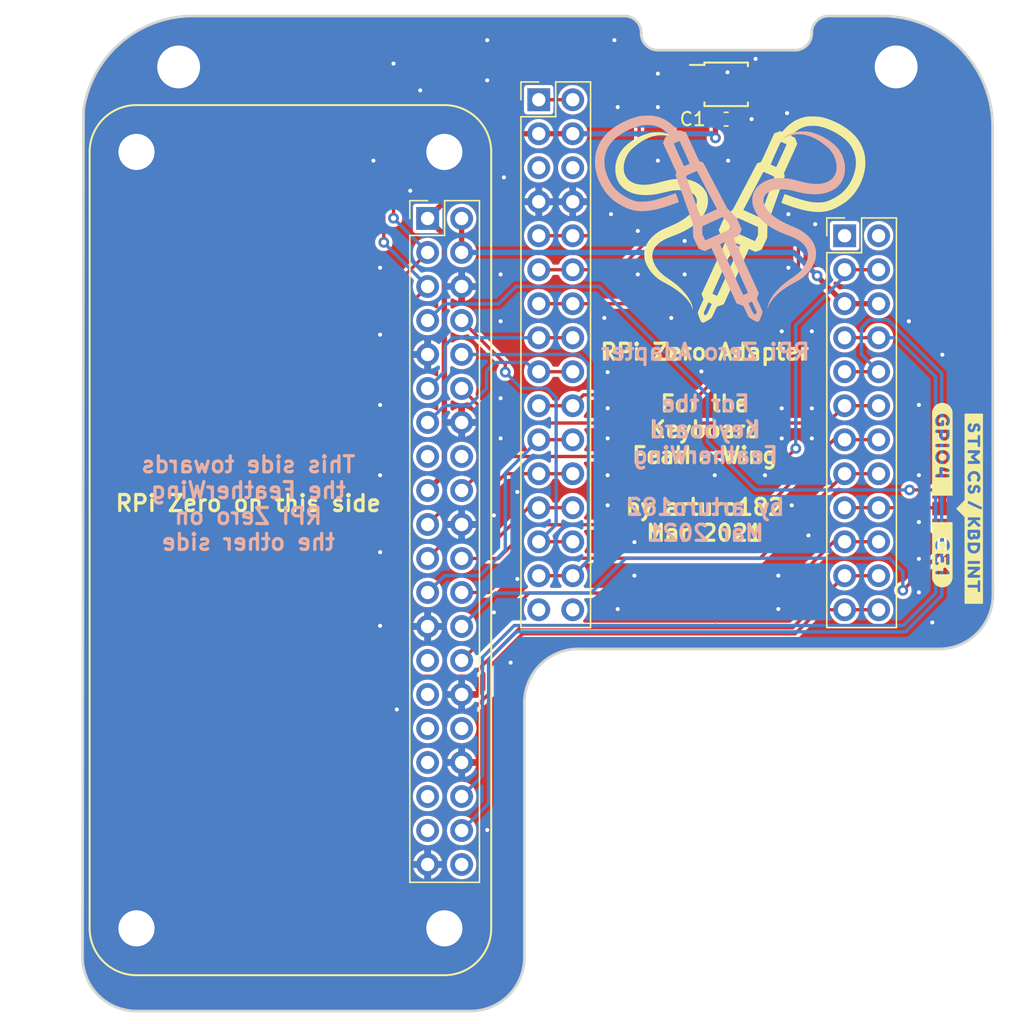
<source format=kicad_pcb>
(kicad_pcb (version 20221018) (generator pcbnew)
  (layers (0 "F.Cu" signal) (31 "B.Cu" signal) (34 "B.Paste" user) (35 "F.Paste" user) (36 "B.SilkS" user "B.Silkscreen") (37 "F.SilkS" user "F.Silkscreen") (38 "B.Mask" user) (39 "F.Mask" user) (44 "Edge.Cuts" user))
  (net 0 "")
  (net 1 "GND")
  (net 2 "+3V3")
  (net 3 "/CARD_CS")
  (net 4 "/LCD_CS")
  (net 5 "/LCD_DC")
  (net 6 "/SDA")
  (net 7 "/SCL")
  (net 8 "/NEOPIXEL")
  (net 9 "/SCK")
  (net 11 "/GPIO4")
  (net 12 "/EN")
  (net 15 "/COPI")
  (net 16 "/CIPO")
  (net 17 "/CE1")
  (net 28 "/A0")
  (net 29 "/A1")
  (net 30 "/A2")
  (net 31 "/A3")
  (net 32 "/A4")
  (net 33 "/A5")
  (net 34 "/RX")
  (net 35 "/TX")
  (net 37 "/~{RESET}")
  (net 41 "+5V")
  (net 42 "/D13")
  (net 43 "/D12")
  (net 44 "/STM_CS{slash}KBD_INT")
  (footprint "MountingHole:MountingHole_2.7mm_M2.5" (layer "F.Cu") (at 132.05 114.35)
    (fp_text reference "REF**" hide)
    (fp_text value "MountingHole_2.7mm_M2.5")
    (pad "" np_thru_hole circle locked (at 0 0) (size 2.7 2.7) (drill 2.7) (layers "*.Cu" "*.Mask"))
  )
  (footprint "MountingHole_Extra:MountingHole_3.2mm_M3_with_paste" (layer "F.Cu") (at 165.8 50)
    (fp_text reference "REF**" hide)
    (fp_text value "MountingHole_3.2mm_M3_with_paste" hide)
    (pad "" np_thru_hole circle locked (at 0 0) (size 3.2 3.2) (drill 3.2) (layers "*.Cu" "*.Paste" "*.Mask"))
  )
  (footprint "Package_SO:TSSOP-10_3x3mm_P0.5mm" (layer "F.Cu") (at 153.1 51.3)
    (fp_text reference "U1" hide)
    (fp_text value "ADS1115IDGS")
    (pad "1" smd rect (at -2.15 -1) (size 1.1 0.25) (layers "F.Cu" "F.Paste" "F.Mask") (net 1 "GND"))
    (pad "2" smd rect (at -2.15 -0.5) (size 1.1 0.25) (layers "F.Cu" "F.Paste" "F.Mask"))
    (pad "3" smd rect (at -2.15 0) (size 1.1 0.25) (layers "F.Cu" "F.Paste" "F.Mask") (net 1 "GND"))
    (pad "4" smd rect (at -2.15 0.5) (size 1.1 0.25) (layers "F.Cu" "F.Paste" "F.Mask") (net 28 "/A0"))
    (pad "5" smd rect (at -2.15 1) (size 1.1 0.25) (layers "F.Cu" "F.Paste" "F.Mask") (net 29 "/A1"))
    (pad "6" smd rect (at 2.15 1) (size 1.1 0.25) (layers "F.Cu" "F.Paste" "F.Mask") (net 30 "/A2"))
    (pad "7" smd rect (at 2.15 0.5) (size 1.1 0.25) (layers "F.Cu" "F.Paste" "F.Mask") (net 33 "/A5"))
    (pad "8" smd rect (at 2.15 0) (size 1.1 0.25) (layers "F.Cu" "F.Paste" "F.Mask") (net 2 "+3V3"))
    (pad "9" smd rect (at 2.15 -0.5) (size 1.1 0.25) (layers "F.Cu" "F.Paste" "F.Mask") (net 6 "/SDA"))
    (pad "10" smd rect (at 2.15 -1) (size 1.1 0.25) (layers "F.Cu" "F.Paste" "F.Mask") (net 7 "/SCL"))
  )
  (footprint "buzzardLabel" (layer "F.Cu") (at 169.25 86.25 -90)
    (fp_text reference "" (at 0 0 90) (layer "F.SilkS") (effects (font (size 1.27 1.27))))
    (fp_text value "" (at 0 0 90) (layer "F.SilkS") (effects (font (size 1.27 1.27))))
  )
  (footprint "buzzardLabel" (layer "F.Cu") (at 171.6 83 -90)
    (fp_text reference "" (at 0 0 90) (layer "F.SilkS") (effects (font (size 1.27 1.27))))
    (fp_text value "" (at 0 0 90) (layer "F.SilkS") (effects (font (size 1.27 1.27))))
  )
  (footprint "Symbols_Extra:SolderParty-New-Logo_20x16.9mm_SilkScreen" (layer "F.Cu") (at 154.8 60.754669)
    (fp_text reference "G***" hide)
    (fp_text value "LOGO" hide)
  )
  (footprint "Jumper:SolderJumper-3_P1.3mm_Bridged12_RoundedPad1.0x1.5mm_NumberLabels" (layer "F.Cu") (at 169.25 83 -90)
    (fp_text reference "JP1" hide)
    (fp_text value "SJ_STM_KBD")
    (fp_poly (pts (xy -0.9 -0.3) (xy -0.4 -0.3) (xy -0.4 0.3) (xy -0.9 0.3)) (fill solid) (layer "F.Cu"))
    (pad "1" smd custom (at -1.3 0 270) (size 1 0.5) (layers "F.Cu" "F.Mask") (net 11 "/GPIO4") (options (clearance outline) (anchor rect)) (primitives (gr_poly (pts (xy 0.55 -0.75) (xy 0 -0.75) (xy 0 0.75) (xy 0.55 0.75)) (width 0) (fill yes)) (gr_circle (center 0 0.25) (end 0.5 0.25) (width 0) (fill yes)) (gr_circle (center 0 -0.25) (end 0.5 -0.25) (width 0) (fill yes))))
    (pad "2" smd rect (at 0 0 270) (size 1 1.5) (layers "F.Cu" "F.Mask") (net 44 "/STM_CS{slash}KBD_INT"))
    (pad "3" smd custom (at 1.3 0 270) (size 1 0.5) (layers "F.Cu" "F.Mask") (net 17 "/CE1") (options (clearance outline) (anchor rect)) (primitives (gr_circle (center 0 0.25) (end 0.5 0.25) (width 0) (fill yes)) (gr_circle (center 0 -0.25) (end 0.5 -0.25) (width 0) (fill yes)) (gr_poly (pts (xy -0.55 -0.75) (xy 0 -0.75) (xy 0 0.75) (xy -0.55 0.75)) (width 0) (fill yes))))
  )
  (footprint "buzzardLabel" (layer "F.Cu") (at 169.25 78.75 -90)
    (fp_text reference "" (at 0 0 90) (layer "F.SilkS") (effects (font (size 1.27 1.27))))
    (fp_text value "" (at 0 0 90) (layer "F.SilkS") (effects (font (size 1.27 1.27))))
  )
  (footprint "Fiducial:Fiducial_0.5mm_Mask1.5mm" (layer "F.Cu") (at 120.6 85.4)
    (fp_text reference "REF**" hide)
    (fp_text value "Fiducial_0.5mm_Mask1.5mm")
    (pad "" smd circle (at 0 0) (size 0.5 0.5) (layers "F.Cu" "F.Mask") (clearance 0.5))
  )
  (footprint "MountingHole:MountingHole_2.7mm_M2.5" (layer "F.Cu") (at 132.05 56.35)
    (fp_text reference "REF**" hide)
    (fp_text value "MountingHole_2.7mm_M2.5")
    (pad "" np_thru_hole circle (at 0 0) (size 2.7 2.7) (drill 2.7) (layers "*.Cu" "*.Mask"))
  )
  (footprint "Connector_PinHeader_2.54mm:PinHeader_2x16_P2.54mm_Vertical" (layer "F.Cu") (at 139.1 52.45)
    (fp_text reference "J2" hide)
    (fp_text value "Conn_Left")
    (pad "1" thru_hole rect (at 0 0) (size 1.7 1.7) (drill 1) (layers "*.Cu" "*.Mask") (net 37 "/~{RESET}"))
    (pad "2" thru_hole oval (at 2.54 0) (size 1.7 1.7) (drill 1) (layers "*.Cu" "*.Mask") (net 37 "/~{RESET}"))
    (pad "3" thru_hole oval (at 0 2.54) (size 1.7 1.7) (drill 1) (layers "*.Cu" "*.Mask") (net 2 "+3V3"))
    (pad "4" thru_hole oval (at 2.54 2.54) (size 1.7 1.7) (drill 1) (layers "*.Cu" "*.Mask") (net 2 "+3V3"))
    (pad "5" thru_hole oval (at 0 5.08) (size 1.7 1.7) (drill 1) (layers "*.Cu" "*.Mask"))
    (pad "6" thru_hole oval (at 2.54 5.08) (size 1.7 1.7) (drill 1) (layers "*.Cu" "*.Mask"))
    (pad "7" thru_hole oval (at 0 7.62) (size 1.7 1.7) (drill 1) (layers "*.Cu" "*.Mask") (net 1 "GND"))
    (pad "8" thru_hole oval (at 2.54 7.62) (size 1.7 1.7) (drill 1) (layers "*.Cu" "*.Mask") (net 1 "GND"))
    (pad "9" thru_hole oval (at 0 10.16) (size 1.7 1.7) (drill 1) (layers "*.Cu" "*.Mask") (net 28 "/A0"))
    (pad "10" thru_hole oval (at 2.54 10.16) (size 1.7 1.7) (drill 1) (layers "*.Cu" "*.Mask") (net 28 "/A0"))
    (pad "11" thru_hole oval (at 0 12.7) (size 1.7 1.7) (drill 1) (layers "*.Cu" "*.Mask") (net 29 "/A1"))
    (pad "12" thru_hole oval (at 2.54 12.7) (size 1.7 1.7) (drill 1) (layers "*.Cu" "*.Mask") (net 29 "/A1"))
    (pad "13" thru_hole oval (at 0 15.24) (size 1.7 1.7) (drill 1) (layers "*.Cu" "*.Mask") (net 30 "/A2"))
    (pad "14" thru_hole oval (at 2.54 15.24) (size 1.7 1.7) (drill 1) (layers "*.Cu" "*.Mask") (net 30 "/A2"))
    (pad "15" thru_hole oval (at 0 17.78) (size 1.7 1.7) (drill 1) (layers "*.Cu" "*.Mask") (net 31 "/A3"))
    (pad "16" thru_hole oval (at 2.54 17.78) (size 1.7 1.7) (drill 1) (layers "*.Cu" "*.Mask") (net 31 "/A3"))
    (pad "17" thru_hole oval (at 0 20.32) (size 1.7 1.7) (drill 1) (layers "*.Cu" "*.Mask") (net 32 "/A4"))
    (pad "18" thru_hole oval (at 2.54 20.32) (size 1.7 1.7) (drill 1) (layers "*.Cu" "*.Mask") (net 32 "/A4"))
    (pad "19" thru_hole oval (at 0 22.86) (size 1.7 1.7) (drill 1) (layers "*.Cu" "*.Mask") (net 33 "/A5"))
    (pad "20" thru_hole oval (at 2.54 22.86) (size 1.7 1.7) (drill 1) (layers "*.Cu" "*.Mask") (net 33 "/A5"))
    (pad "21" thru_hole oval (at 0 25.4) (size 1.7 1.7) (drill 1) (layers "*.Cu" "*.Mask") (net 9 "/SCK"))
    (pad "22" thru_hole oval (at 2.54 25.4) (size 1.7 1.7) (drill 1) (layers "*.Cu" "*.Mask") (net 9 "/SCK"))
    (pad "23" thru_hole oval (at 0 27.94) (size 1.7 1.7) (drill 1) (layers "*.Cu" "*.Mask") (net 15 "/COPI"))
    (pad "24" thru_hole oval (at 2.54 27.94) (size 1.7 1.7) (drill 1) (layers "*.Cu" "*.Mask") (net 15 "/COPI"))
    (pad "25" thru_hole oval (at 0 30.48) (size 1.7 1.7) (drill 1) (layers "*.Cu" "*.Mask") (net 16 "/CIPO"))
    (pad "26" thru_hole oval (at 2.54 30.48) (size 1.7 1.7) (drill 1) (layers "*.Cu" "*.Mask") (net 16 "/CIPO"))
    (pad "27" thru_hole oval (at 0 33.02) (size 1.7 1.7) (drill 1) (layers "*.Cu" "*.Mask") (net 34 "/RX"))
    (pad "28" thru_hole oval (at 2.54 33.02) (size 1.7 1.7) (drill 1) (layers "*.Cu" "*.Mask") (net 34 "/RX"))
    (pad "29" thru_hole oval (at 0 35.56) (size 1.7 1.7) (drill 1) (layers "*.Cu" "*.Mask") (net 35 "/TX"))
    (pad "30" thru_hole oval (at 2.54 35.56) (size 1.7 1.7) (drill 1) (layers "*.Cu" "*.Mask") (net 35 "/TX"))
    (pad "31" thru_hole oval (at 0 38.1) (size 1.7 1.7) (drill 1) (layers "*.Cu" "*.Mask"))
    (pad "32" thru_hole oval (at 2.54 38.1) (size 1.7 1.7) (drill 1) (layers "*.Cu" "*.Mask"))
  )
  (footprint "MountingHole_Extra:MountingHole_3.2mm_M3_with_paste" (layer "F.Cu") (at 112.2 50)
    (fp_text reference "REF**" hide)
    (fp_text value "MountingHole_3.2mm_M3_with_paste" hide)
    (pad "" np_thru_hole circle locked (at 0 0) (size 3.2 3.2) (drill 3.2) (layers "*.Cu" "*.Paste" "*.Mask"))
  )
  (footprint "Connector_PinHeader_2.54mm:PinHeader_2x12_P2.54mm_Vertical" (layer "F.Cu") (at 161.95 62.61)
    (fp_text reference "J3" hide)
    (fp_text value "Conn_Right")
    (pad "1" thru_hole rect (at 0 0) (size 1.7 1.7) (drill 1) (layers "*.Cu" "*.Mask"))
    (pad "2" thru_hole oval (at 2.54 0) (size 1.7 1.7) (drill 1) (layers "*.Cu" "*.Mask"))
    (pad "3" thru_hole oval (at 0 2.54) (size 1.7 1.7) (drill 1) (layers "*.Cu" "*.Mask") (net 12 "/EN"))
    (pad "4" thru_hole oval (at 2.54 2.54) (size 1.7 1.7) (drill 1) (layers "*.Cu" "*.Mask") (net 12 "/EN"))
    (pad "5" thru_hole oval (at 0 5.08) (size 1.7 1.7) (drill 1) (layers "*.Cu" "*.Mask") (net 41 "+5V"))
    (pad "6" thru_hole oval (at 2.54 5.08) (size 1.7 1.7) (drill 1) (layers "*.Cu" "*.Mask") (net 41 "+5V"))
    (pad "7" thru_hole oval (at 0 7.62) (size 1.7 1.7) (drill 1) (layers "*.Cu" "*.Mask") (net 42 "/D13"))
    (pad "8" thru_hole oval (at 2.54 7.62) (size 1.7 1.7) (drill 1) (layers "*.Cu" "*.Mask") (net 42 "/D13"))
    (pad "9" thru_hole oval (at 0 10.16) (size 1.7 1.7) (drill 1) (layers "*.Cu" "*.Mask") (net 43 "/D12"))
    (pad "10" thru_hole oval (at 2.54 10.16) (size 1.7 1.7) (drill 1) (layers "*.Cu" "*.Mask") (net 43 "/D12"))
    (pad "11" thru_hole oval (at 0 12.7) (size 1.7 1.7) (drill 1) (layers "*.Cu" "*.Mask") (net 8 "/NEOPIXEL"))
    (pad "12" thru_hole oval (at 2.54 12.7) (size 1.7 1.7) (drill 1) (layers "*.Cu" "*.Mask") (net 8 "/NEOPIXEL"))
    (pad "13" thru_hole oval (at 0 15.24) (size 1.7 1.7) (drill 1) (layers "*.Cu" "*.Mask") (net 5 "/LCD_DC"))
    (pad "14" thru_hole oval (at 2.54 15.24) (size 1.7 1.7) (drill 1) (layers "*.Cu" "*.Mask") (net 5 "/LCD_DC"))
    (pad "15" thru_hole oval (at 0 17.78) (size 1.7 1.7) (drill 1) (layers "*.Cu" "*.Mask") (net 4 "/LCD_CS"))
    (pad "16" thru_hole oval (at 2.54 17.78) (size 1.7 1.7) (drill 1) (layers "*.Cu" "*.Mask") (net 4 "/LCD_CS"))
    (pad "17" thru_hole oval (at 0 20.32) (size 1.7 1.7) (drill 1) (layers "*.Cu" "*.Mask") (net 44 "/STM_CS{slash}KBD_INT"))
    (pad "18" thru_hole oval (at 2.54 20.32) (size 1.7 1.7) (drill 1) (layers "*.Cu" "*.Mask") (net 44 "/STM_CS{slash}KBD_INT"))
    (pad "19" thru_hole oval (at 0 22.86) (size 1.7 1.7) (drill 1) (layers "*.Cu" "*.Mask") (net 3 "/CARD_CS"))
    (pad "20" thru_hole oval (at 2.54 22.86) (size 1.7 1.7) (drill 1) (layers "*.Cu" "*.Mask") (net 3 "/CARD_CS"))
    (pad "21" thru_hole oval (at 0 25.4) (size 1.7 1.7) (drill 1) (layers "*.Cu" "*.Mask") (net 7 "/SCL"))
    (pad "22" thru_hole oval (at 2.54 25.4) (size 1.7 1.7) (drill 1) (layers "*.Cu" "*.Mask") (net 7 "/SCL"))
    (pad "23" thru_hole oval (at 0 27.94) (size 1.7 1.7) (drill 1) (layers "*.Cu" "*.Mask") (net 6 "/SDA"))
    (pad "24" thru_hole oval (at 2.54 27.94) (size 1.7 1.7) (drill 1) (layers "*.Cu" "*.Mask") (net 6 "/SDA"))
  )
  (footprint "Capacitor_SMD:C_0603_1608Metric" (layer "F.Cu") (at 153.1 53.9 180)
    (fp_text reference "C1" (at 2.5 0) (layer "F.SilkS"))
    (fp_text value "0.1uF")
    (pad "1" smd roundrect (at -0.775 0 180) (size 0.9 0.95) (layers "F.Cu" "F.Paste" "F.Mask") (net 1 "GND"))
    (pad "2" smd roundrect (at 0.775 0 180) (size 0.9 0.95) (layers "F.Cu" "F.Paste" "F.Mask") (net 2 "+3V3"))
  )
  (footprint "MountingHole:MountingHole_2.7mm_M2.5" (layer "F.Cu") (at 109.05 56.35)
    (fp_text reference "REF**" hide)
    (fp_text value "MountingHole_2.7mm_M2.5")
    (pad "" np_thru_hole circle (at 0 0) (size 2.7 2.7) (drill 2.7) (layers "*.Cu" "*.Mask"))
  )
  (footprint "Connector_PinHeader_2.54mm:PinHeader_2x20_P2.54mm_Vertical" (layer "F.Cu") (at 130.8 61.32)
    (fp_text reference "J1" hide)
    (fp_text value "Conn_RPi")
    (pad "1" thru_hole rect (at 0 0) (size 1.7 1.7) (drill 1) (layers "*.Cu" "*.Mask") (net 2 "+3V3"))
    (pad "2" thru_hole oval (at 2.54 0) (size 1.7 1.7) (drill 1) (layers "*.Cu" "*.Mask") (net 41 "+5V"))
    (pad "3" thru_hole oval (at 0 2.54) (size 1.7 1.7) (drill 1) (layers "*.Cu" "*.Mask") (net 6 "/SDA"))
    (pad "4" thru_hole oval (at 2.54 2.54) (size 1.7 1.7) (drill 1) (layers "*.Cu" "*.Mask") (net 41 "+5V"))
    (pad "5" thru_hole oval (at 0 5.08) (size 1.7 1.7) (drill 1) (layers "*.Cu" "*.Mask") (net 7 "/SCL"))
    (pad "6" thru_hole oval (at 2.54 5.08) (size 1.7 1.7) (drill 1) (layers "*.Cu" "*.Mask") (net 1 "GND"))
    (pad "7" thru_hole oval (at 0 7.62) (size 1.7 1.7) (drill 1) (layers "*.Cu" "*.Mask") (net 11 "/GPIO4"))
    (pad "8" thru_hole oval (at 2.54 7.62) (size 1.7 1.7) (drill 1) (layers "*.Cu" "*.Mask") (net 34 "/RX"))
    (pad "9" thru_hole oval (at 0 10.16) (size 1.7 1.7) (drill 1) (layers "*.Cu" "*.Mask") (net 1 "GND"))
    (pad "10" thru_hole oval (at 2.54 10.16) (size 1.7 1.7) (drill 1) (layers "*.Cu" "*.Mask") (net 35 "/TX"))
    (pad "11" thru_hole oval (at 0 12.7) (size 1.7 1.7) (drill 1) (layers "*.Cu" "*.Mask") (net 31 "/A3"))
    (pad "12" thru_hole oval (at 2.54 12.7) (size 1.7 1.7) (drill 1) (layers "*.Cu" "*.Mask") (net 8 "/NEOPIXEL"))
    (pad "13" thru_hole oval (at 0 15.24) (size 1.7 1.7) (drill 1) (layers "*.Cu" "*.Mask") (net 32 "/A4"))
    (pad "14" thru_hole oval (at 2.54 15.24) (size 1.7 1.7) (drill 1) (layers "*.Cu" "*.Mask") (net 1 "GND"))
    (pad "15" thru_hole oval (at 0 17.78) (size 1.7 1.7) (drill 1) (layers "*.Cu" "*.Mask"))
    (pad "16" thru_hole oval (at 2.54 17.78) (size 1.7 1.7) (drill 1) (layers "*.Cu" "*.Mask"))
    (pad "17" thru_hole oval (at 0 20.32) (size 1.7 1.7) (drill 1) (layers "*.Cu" "*.Mask") (net 2 "+3V3"))
    (pad "18" thru_hole oval (at 2.54 20.32) (size 1.7 1.7) (drill 1) (layers "*.Cu" "*.Mask") (net 12 "/EN"))
    (pad "19" thru_hole oval (at 0 22.86) (size 1.7 1.7) (drill 1) (layers "*.Cu" "*.Mask") (net 15 "/COPI"))
    (pad "20" thru_hole oval (at 2.54 22.86) (size 1.7 1.7) (drill 1) (layers "*.Cu" "*.Mask") (net 1 "GND"))
    (pad "21" thru_hole oval (at 0 25.4) (size 1.7 1.7) (drill 1) (layers "*.Cu" "*.Mask") (net 16 "/CIPO"))
    (pad "22" thru_hole oval (at 2.54 25.4) (size 1.7 1.7) (drill 1) (layers "*.Cu" "*.Mask") (net 5 "/LCD_DC"))
    (pad "23" thru_hole oval (at 0 27.94) (size 1.7 1.7) (drill 1) (layers "*.Cu" "*.Mask") (net 9 "/SCK"))
    (pad "24" thru_hole oval (at 2.54 27.94) (size 1.7 1.7) (drill 1) (layers "*.Cu" "*.Mask") (net 4 "/LCD_CS"))
    (pad "25" thru_hole oval (at 0 30.48) (size 1.7 1.7) (drill 1) (layers "*.Cu" "*.Mask") (net 1 "GND"))
    (pad "26" thru_hole oval (at 2.54 30.48) (size 1.7 1.7) (drill 1) (layers "*.Cu" "*.Mask") (net 17 "/CE1"))
    (pad "27" thru_hole oval (at 0 33.02) (size 1.7 1.7) (drill 1) (layers "*.Cu" "*.Mask"))
    (pad "28" thru_hole oval (at 2.54 33.02) (size 1.7 1.7) (drill 1) (layers "*.Cu" "*.Mask") (net 3 "/CARD_CS"))
    (pad "29" thru_hole oval (at 0 35.56) (size 1.7 1.7) (drill 1) (layers "*.Cu" "*.Mask"))
    (pad "30" thru_hole oval (at 2.54 35.56) (size 1.7 1.7) (drill 1) (layers "*.Cu" "*.Mask") (net 1 "GND"))
    (pad "31" thru_hole oval (at 0 38.1) (size 1.7 1.7) (drill 1) (layers "*.Cu" "*.Mask"))
    (pad "32" thru_hole oval (at 2.54 38.1) (size 1.7 1.7) (drill 1) (layers "*.Cu" "*.Mask"))
    (pad "33" thru_hole oval (at 0 40.64) (size 1.7 1.7) (drill 1) (layers "*.Cu" "*.Mask"))
    (pad "34" thru_hole oval (at 2.54 40.64) (size 1.7 1.7) (drill 1) (layers "*.Cu" "*.Mask") (net 1 "GND"))
    (pad "35" thru_hole oval (at 0 43.18) (size 1.7 1.7) (drill 1) (layers "*.Cu" "*.Mask"))
    (pad "36" thru_hole oval (at 2.54 43.18) (size 1.7 1.7) (drill 1) (layers "*.Cu" "*.Mask") (net 42 "/D13"))
    (pad "37" thru_hole oval (at 0 45.72) (size 1.7 1.7) (drill 1) (layers "*.Cu" "*.Mask"))
    (pad "38" thru_hole oval (at 2.54 45.72) (size 1.7 1.7) (drill 1) (layers "*.Cu" "*.Mask") (net 43 "/D12"))
    (pad "39" thru_hole oval (at 0 48.26) (size 1.7 1.7) (drill 1) (layers "*.Cu" "*.Mask") (net 1 "GND"))
    (pad "40" thru_hole oval (at 2.54 48.26) (size 1.7 1.7) (drill 1) (layers "*.Cu" "*.Mask"))
  )
  (footprint "MountingHole:MountingHole_2.7mm_M2.5" (layer "F.Cu") (at 109.05 114.35)
    (fp_text reference "REF**" hide)
    (fp_text value "MountingHole_2.7mm_M2.5")
    (pad "" np_thru_hole circle locked (at 0 0) (size 2.7 2.7) (drill 2.7) (layers "*.Cu" "*.Mask"))
  )
  (footprint "Fiducial:Fiducial_0.5mm_Mask1.5mm" (layer "B.Cu") (at 139 92.6)
    (fp_text reference "REF**" hide)
    (fp_text value "Fiducial_0.5mm_Mask1.5mm")
  )
  (footprint "Symbols_Extra:SolderParty-New-Logo_20x16.9mm_SilkScreen" (layer "B.Cu") (at 152 60.692916 180)
    (fp_text reference "G***" hide)
    (fp_text value "LOGO" hide)
  )
  (gr_poly (pts (xy 171.1 83.75) (xy 170.35 83) (xy 171.1 82.25)) (stroke (width 0.1)) (fill solid) (layer "F.SilkS"))
  (gr_arc (start 109.05 117.85) (mid 106.575126 116.824874) (end 105.55 114.35) (stroke (width 0.15)) (layer "F.SilkS"))
  (gr_line (start 132.05 52.85) (end 109.05 52.85) (stroke (width 0.15)) (layer "F.SilkS"))
  (gr_arc (start 132.05 52.85) (mid 134.524874 53.875126) (end 135.55 56.35) (stroke (width 0.15)) (layer "F.SilkS"))
  (gr_arc (start 105.55 56.35) (mid 106.575126 53.875126) (end 109.05 52.85) (stroke (width 0.15)) (layer "F.SilkS"))
  (gr_line (start 135.55 114.35) (end 135.55 56.35) (stroke (width 0.15)) (layer "F.SilkS"))
  (gr_line (start 105.55 56.35) (end 105.55 114.35) (stroke (width 0.15)) (layer "F.SilkS"))
  (gr_line (start 109.05 117.85) (end 132.05 117.85) (stroke (width 0.15)) (layer "F.SilkS"))
  (gr_arc (start 135.55 114.35) (mid 134.524874 116.824874) (end 132.05 117.85) (stroke (width 0.15)) (layer "F.SilkS"))
  (gr_arc (start 145.5 46.200001) (mid 146.383883 46.566117) (end 146.749999 47.45) (stroke (width 0.2)) (layer "Edge.Cuts"))
  (gr_arc (start 105.095033 53.201396) (mid 107.875918 48.190468) (end 113.25 46.2) (stroke (width 0.2)) (layer "Edge.Cuts"))
  (gr_line (start 105.025 116.5) (end 105.095033 53.201396) (stroke (width 0.2)) (layer "Edge.Cuts"))
  (gr_line (start 148 48.75) (end 158.25 48.749999) (stroke (width 0.2)) (layer "Edge.Cuts"))
  (gr_arc (start 173.025 89.45) (mid 171.846105 92.296105) (end 169 93.475) (stroke (width 0.2)) (layer "Edge.Cuts"))
  (gr_arc (start 159.500001 47.449999) (mid 159.866117 46.566116) (end 160.75 46.2) (stroke (width 0.2)) (layer "Edge.Cuts"))
  (gr_line (start 146.749999 47.45) (end 146.749999 47.5) (stroke (width 0.2)) (layer "Edge.Cuts"))
  (gr_arc (start 138.025 116.5) (mid 136.846105 119.346105) (end 134 120.525) (stroke (width 0.2)) (layer "Edge.Cuts"))
  (gr_line (start 138.025 97.5) (end 138.025 116.5) (stroke (width 0.2)) (layer "Edge.Cuts"))
  (gr_line (start 113.25 46.2) (end 145.5 46.200001) (stroke (width 0.2)) (layer "Edge.Cuts"))
  (gr_line (start 169 93.475) (end 142.05 93.475) (stroke (width 0.2)) (layer "Edge.Cuts"))
  (gr_arc (start 159.499999 47.5) (mid 159.133883 48.383883) (end 158.25 48.749999) (stroke (width 0.2)) (layer "Edge.Cuts"))
  (gr_line (start 134 120.525) (end 109.05 120.525) (stroke (width 0.2)) (layer "Edge.Cuts"))
  (gr_arc (start 148 48.75) (mid 147.116117 48.383883) (end 146.75 47.5) (stroke (width 0.2)) (layer "Edge.Cuts"))
  (gr_line (start 160.75 46.2) (end 164.75 46.2) (stroke (width 0.2)) (layer "Edge.Cuts"))
  (gr_line (start 173 54.45) (end 173.025 89.45) (stroke (width 0.2)) (layer "Edge.Cuts"))
  (gr_line (start 159.499999 47.5) (end 159.500001 47.449999) (stroke (width 0.2)) (layer "Edge.Cuts"))
  (gr_arc (start 138.025 97.5) (mid 139.203895 94.653895) (end 142.05 93.475) (stroke (width 0.2)) (layer "Edge.Cuts"))
  (gr_arc (start 109.05 120.525) (mid 106.203895 119.346105) (end 105.025 116.5) (stroke (width 0.2)) (layer "Edge.Cuts"))
  (gr_arc (start 164.75 46.2) (mid 170.583631 48.616369) (end 173 54.45) (stroke (width 0.2)) (layer "Edge.Cuts"))
  (gr_text "RPi Zero Adapter\n\nFor the\nKeyboard\nFeatherWing\n\nby arturo182\nMar 2021" (at 151.55 78.054669) (layer "B.SilkS") (effects (font (size 1.2 1.2) (thickness 0.24)) (justify mirror)))
  (gr_text "This side towards\nthe FeatherWing\nRPi Zero on\nthe other side" (at 117.4 82.6) (layer "B.SilkS") (effects (font (size 1.2 1.2) (thickness 0.24)) (justify mirror)))
  (gr_text "RPi Zero Adapter\n\nFor the\nKeyboard\nFeatherWing\n\nby arturo182\nMar 2021" (at 151.5 78.054669) (layer "F.SilkS") (effects (font (size 1.2 1.2) (thickness 0.24))))
  (gr_text "RPi Zero on this side" (at 117.4 82.6) (layer "F.SilkS") (effects (font (size 1.2 1.2) (thickness 0.24))))
  (segment (start 150.95 51.3) (end 151.75 51.3) (width 0.25) (layer "F.Cu") (net 1))
  (segment (start 150.95 51.3) (end 152.2 51.3) (width 0.25) (layer "F.Cu") (net 1))
  (segment (start 151.87498 51.42498) (end 151.87498 52.52502) (width 0.25) (layer "F.Cu") (net 1))
  (segment (start 151.87498 52.52502) (end 151.2 53.2) (width 0.25) (layer "F.Cu") (net 1))
  (segment (start 151.75 51.3) (end 151.87498 51.42498) (width 0.25) (layer "F.Cu") (net 1))
  (segment (start 150.95 50.3) (end 152.2 50.3) (width 0.25) (layer "F.Cu") (net 1))
  (via (at 148 53) (size 0.6) (drill 0.3) (layers "F.Cu" "B.Cu") (net 1))
  (via (at 155.3 49.4) (size 0.6) (drill 0.3) (layers "F.Cu" "B.Cu") (net 1))
  (via (at 150 63) (size 0.6) (drill 0.3) (layers "F.Cu" "B.Cu") (net 1))
  (via (at 136.25 69) (size 0.6) (drill 0.3) (layers "F.Cu" "B.Cu") (net 1))
  (via (at 158 82.75) (size 0.6) (drill 0.3) (layers "F.Cu" "B.Cu") (net 1))
  (via (at 127.25 70) (size 0.6) (drill 0.3) (layers "F.Cu" "B.Cu") (net 1))
  (via (at 155 53.9) (size 0.6) (drill 0.3) (layers "F.Cu" "B.Cu") (net 1))
  (via (at 152.25 80.5) (size 0.6) (drill 0.3) (layers "F.Cu" "B.Cu") (net 1))
  (via (at 153.25 57) (size 0.6) (drill 0.3) (layers "F.Cu" "B.Cu") (net 1))
  (via (at 169.25 71.5) (size 0.6) (drill 0.3) (layers "F.Cu" "B.Cu") (net 1))
  (via (at 159.5 75.5) (size 0.6) (drill 0.3) (layers "F.Cu" "B.Cu") (net 1))
  (via (at 136.25 74.75) (size 0.6) (drill 0.3) (layers "F.Cu" "B.Cu") (net 1))
  (via (at 150 65.5) (size 0.6) (drill 0.3) (layers "F.Cu" "B.Cu") (net 1))
  (via (at 159.75 61.75) (size 0.6) (drill 0.3) (layers "F.Cu" "B.Cu") (net 1))
  (via (at 135.25 107) (size 0.6) (drill 0.3) (layers "F.Cu" "B.Cu") (net 1))
  (via (at 129.5 59.25) (size 0.6) (drill 0.3) (layers "F.Cu" "B.Cu") (net 1))
  (via (at 157.25 69.75) (size 0.6) (drill 0.3) (layers "F.Cu" "B.Cu") (net 1))
  (via (at 137 94.5) (size 0.6) (drill 0.3) (layers "F.Cu" "B.Cu") (net 1))
  (via (at 146.25 88) (size 0.6) (drill 0.3) (layers "F.Cu" "B.Cu") (net 1))
  (via (at 159.5 77.75) (size 0.6) (drill 0.3) (layers "F.Cu" "B.Cu") (net 1))
  (via (at 127.25 91.75) (size 0.6) (drill 0.3) (layers "F.Cu" "B.Cu") (net 1))
  (via (at 148 50.5) (size 0.6) (drill 0.3) (layers "F.Cu" "B.Cu") (net 1))
  (via (at 157.65 53.45) (size 0.6) (drill 0.3) (layers "F.Cu" "B.Cu") (net 1))
  (via (at 168.5 91.5) (size 0.6) (drill 0.3) (layers "F.Cu" "B.Cu") (net 1))
  (via (at 157.25 75.5) (size 0.6) (drill 0.3) (layers "F.Cu" "B.Cu") (net 1))
  (via (at 144 68.75) (size 0.6) (drill 0.3) (layers "F.Cu" "B.Cu") (net 1))
  (via (at 144.25 80.5) (size 0.6) (drill 0.3) (layers "F.Cu" "B.Cu") (net 1))
  (via (at 137.5 81.75) (size 0.6) (drill 0.3) (layers "F.Cu" "B.Cu") (net 1))
  (via (at 144.25 72.8) (size 0.6) (drill 0.3) (layers "F.Cu" "B.Cu") (net 1))
  (via (at 137.5 88.25) (size 0.6) (drill 0.3) (layers "F.Cu" "B.Cu") (net 1))
  (via (at 127.25 75.25) (size 0.6) (drill 0.3) (layers "F.Cu" "B.Cu") (net 1))
  (via (at 127.25 65) (size 0.6) (drill 0.3) (layers "F.Cu" "B.Cu") (net 1))
  (via (at 167.5 86.75) (size 0.6) (drill 0.3) (layers "F.Cu" "B.Cu") (net 1))
  (via (at 127.25 80.5) (size 0.6) (drill 0.3) (layers "F.Cu" "B.Cu") (net 1))
  (via (at 136.25 77.75) (size 0.6) (drill 0.3) (layers "F.Cu" "B.Cu") (net 1))
  (via (at 167.5 84) (size 0.6) (drill 0.3) (layers "F.Cu" "B.Cu") (net 1))
  (via (at 157 90.5) (size 0.6) (drill 0.3) (layers "F.Cu" "B.Cu") (net 1))
  (via (at 135.25 48) (size 0.6) (drill 0.3) (layers "F.Cu" "B.Cu") (net 1))
  (via (at 144.25 75.5) (size 0.6) (drill 0.3) (layers "F.Cu" "B.Cu") (net 1))
  (via (at 153.2 50.4) (size 0.6) (drill 0.3) (layers "F.Cu" "B.Cu") (net 1))
  (via (at 144.75 48) (size 0.6) (drill 0.3) (layers "F.Cu" "B.Cu") (net 1))
  (via (at 135.25 51) (size 0.6) (drill 0.3) (layers "F.Cu" "B.Cu") (net 1))
  (via (at 135.75 90.75) (size 0.6) (drill 0.3) (layers "F.Cu" "B.Cu") (net 1))
  (via (at 149 68.75) (size 0.6) (drill 0.3) (layers "F.Cu" "B.Cu") (net 1))
  (via (at 136.5 58.25) (size 0.6) (drill 0.3) (layers "F.Cu" "B.Cu") (net 1))
  (via (at 145 53) (size 0.6) (drill 0.3) (layers "F.Cu" "B.Cu") (net 1))
  (via (at 157.75 65) (size 0.6) (drill 0.3) (layers "F.Cu" "B.Cu") (net 1))
  (via (at 148 57) (size 0.6) (drill 0.3) (layers "F.Cu" "B.Cu") (net 1))
  (via (at 136.25 65.5) (size 0.6) (drill 0.3) (layers "F.Cu" "B.Cu") (net 1))
  (via (at 146.5 62.25) (size 0.6) (drill 0.3) (layers "F.Cu" "B.Cu") (net 1))
  (via (at 146.5 65.5) (size 0.6) (drill 0.3) (layers "F.Cu" "B.Cu") (net 1))
  (via (at 156 80.5) (size 0.6) (drill 0.3) (layers "F.Cu" "B.Cu") (net 1))
  (via (at 167.5 89.25) (size 0.6) (drill 0.3) (layers "F.Cu" "B.Cu") (net 1))
  (via (at 146.25 85.5) (size 0.6) (drill 0.3) (layers "F.Cu" "B.Cu") (net 1))
  (via (at 159.25 85) (size 0.6) (drill 0.3) (layers "F.Cu" "B.Cu") (net 1))
  (via (at 130.25 51.75) (size 0.6) (drill 0.3) (layers "F.Cu" "B.Cu") (net 1))
  (via (at 166.75 69) (size 0.6) (drill 0.3) (layers "F.Cu" "B.Cu") (net 1))
  (via (at 167.5 80.5) (size 0.6) (drill 0.3) (layers "F.Cu" "B.Cu") (net 1))
  (via (at 144.25 82.75) (size 0.6) (drill 0.3) (layers "F.Cu" "B.Cu") (net 1))
  (via (at 127.25 86.25) (size 0.6) (drill 0.3) (layers "F.Cu" "B.Cu") (net 1))
  (via (at 144.5 61) (size 0.6) (drill 0.3) (layers "F.Cu" "B.Cu") (net 1))
  (via (at 157 88) (size 0.6) (drill 0.3) (layers "F.Cu" "B.Cu") (net 1))
  (via (at 145 90.5) (size 0.6) (drill 0.3) (layers "F.Cu" "B.Cu") (net 1))
  (via (at 157.25 77.75) (size 0.6) (drill 0.3) (layers "F.Cu" "B.Cu") (net 1))
  (via (at 135.75 83.5) (size 0.6) (drill 0.3) (layers "F.Cu" "B.Cu") (net 1))
  (via (at 157.75 61) (size 0.6) (drill 0.3) (layers "F.Cu" "B.Cu") (net 1))
  (via (at 128.5 98) (size 0.6) (drill 0.3) (layers "F.Cu" "B.Cu") (net 1))
  (via (at 159.5 69.75) (size 0.6) (drill 0.3) (layers "F.Cu" "B.Cu") (net 1))
  (via (at 151.25 72.75) (size 0.6) (drill 0.3) (layers "F.Cu" "B.Cu") (net 1))
  (via (at 128.25 49.75) (size 0.6) (drill 0.3) (layers "F.Cu" "B.Cu") (net 1))
  (via (at 126.75 57) (size 0.6) (drill 0.3) (layers "F.Cu" "B.Cu") (net 1))
  (via (at 144.25 77.75) (size 0.6) (drill 0.3) (layers "F.Cu" "B.Cu") (net 1))
  (via (at 167.5 75.25) (size 0.6) (drill 0.3) (layers "F.Cu" "B.Cu") (net 1))
  (segment (start 152.325 52.675) (end 152.325 53.9) (width 0.25) (layer "F.Cu") (net 2))
  (segment (start 139.1 54.99) (end 137.13 54.99) (width 0.4) (layer "F.Cu") (net 2))
  (segment (start 139.1 54.99) (end 141.64 54.99) (width 0.4) (layer "F.Cu") (net 2))
  (segment (start 132.050011 80.389989) (end 132.050011 62.570011) (width 0.4) (layer "F.Cu") (net 2))
  (segment (start 152.3 55.3) (end 152.3 53.925) (width 0.4) (layer "F.Cu") (net 2))
  (segment (start 130.8 81.64) (end 132.050011 80.389989) (width 0.4) (layer "F.Cu") (net 2))
  (segment (start 137.13 54.99) (end 130.8 61.32) (width 0.4) (layer "F.Cu") (net 2))
  (segment (start 152.3 53.925) (end 152.325 53.9) (width 0.4) (layer "F.Cu") (net 2))
  (segment (start 155.25 51.3) (end 153.7 51.3) (width 0.25) (layer "F.Cu") (net 2))
  (segment (start 153.7 51.3) (end 152.325 52.675) (width 0.25) (layer "F.Cu") (net 2))
  (segment (start 132.050011 62.570011) (end 130.8 61.32) (width 0.4) (layer "F.Cu") (net 2))
  (via (at 152.3 55.3) (size 0.8) (drill 0.4) (layers "F.Cu" "B.Cu") (net 2))
  (segment (start 141.64 54.99) (end 151.99 54.99) (width 0.4) (layer "B.Cu") (net 2))
  (segment (start 151.99 54.99) (end 152.3 55.3) (width 0.4) (layer "B.Cu") (net 2))
  (segment (start 138.38 89.3) (end 157.3 89.3) (width 0.25) (layer "F.Cu") (net 3))
  (segment (start 133.34 94.34) (end 138.38 89.3) (width 0.25) (layer "F.Cu") (net 3))
  (segment (start 157.3 89.3) (end 161.13 85.47) (width 0.25) (layer "F.Cu") (net 3))
  (segment (start 161.13 85.47) (end 161.95 85.47) (width 0.25) (layer "F.Cu") (net 3))
  (segment (start 161.95 85.47) (end 164.49 85.47) (width 0.25) (layer "F.Cu") (net 3))
  (segment (start 155.64 86.7) (end 161.95 80.39) (width 0.25) (layer "F.Cu") (net 4))
  (segment (start 133.34 89.26) (end 135.34 89.26) (width 0.25) (layer "F.Cu") (net 4))
  (segment (start 161.95 80.39) (end 164.49 80.39) (width 0.25) (layer "F.Cu") (net 4))
  (segment (start 137.9 86.7) (end 155.64 86.7) (width 0.25) (layer "F.Cu") (net 4))
  (segment (start 135.34 89.26) (end 137.9 86.7) (width 0.25) (layer "F.Cu") (net 4))
  (segment (start 138.6 84.2) (end 154.8 84.2) (width 0.25) (layer "F.Cu") (net 5))
  (segment (start 154.8 84.2) (end 161.15 77.85) (width 0.25) (layer "F.Cu") (net 5))
  (segment (start 164.49 77.85) (end 161.95 77.85) (width 0.25) (layer "F.Cu") (net 5))
  (segment (start 161.15 77.85) (end 161.95 77.85) (width 0.25) (layer "F.Cu") (net 5))
  (segment (start 133.34 86.72) (end 136.08 86.72) (width 0.25) (layer "F.Cu") (net 5))
  (segment (start 136.08 86.72) (end 138.6 84.2) (width 0.25) (layer "F.Cu") (net 5))
  (segment (start 135.5 96.7) (end 134.1 98.1) (width 0.25) (layer "F.Cu") (net 6))
  (segment (start 137.886404 92.35002) (end 135.5 94.736424) (width 0.25) (layer "F.Cu") (net 6))
  (segment (start 128.24998 61.3) (end 128.24998 52.05002) (width 0.25) (layer "F.Cu") (net 6))
  (segment (start 130.2 98.1) (end 128.24998 96.14998) (width 0.25) (layer "F.Cu") (net 6))
  (segment (start 153.425017 49.7) (end 130.6 49.7) (width 0.25) (layer "F.Cu") (net 6))
  (segment (start 130.6 49.7) (end 128.24998 52.05002) (width 0.25) (layer "F.Cu") (net 6))
  (segment (start 155.25 50.8) (end 154.525017 50.8) (width 0.25) (layer "F.Cu") (net 6))
  (segment (start 158.24998 92.35002) (end 137.886404 92.35002) (width 0.25) (layer "F.Cu") (net 6))
  (segment (start 128.24998 96.14998) (end 128.24998 66.41002) (width 0.25) (layer "F.Cu") (net 6))
  (segment (start 161.95 90.55) (end 164.49 90.55) (width 0.25) (layer "F.Cu") (net 6))
  (segment (start 134.1 98.1) (end 130.2 98.1) (width 0.25) (layer "F.Cu") (net 6))
  (segment (start 160.05 90.55) (end 158.24998 92.35002) (width 0.25) (layer "F.Cu") (net 6))
  (segment (start 128.24998 66.41002) (end 130.8 63.86) (width 0.25) (layer "F.Cu") (net 6))
  (segment (start 154.525017 50.8) (end 153.425017 49.7) (width 0.25) (layer "F.Cu") (net 6))
  (segment (start 161.95 90.55) (end 160.05 90.55) (width 0.25) (layer "F.Cu") (net 6))
  (segment (start 135.5 94.736424) (end 135.5 96.7) (width 0.25) (layer "F.Cu") (net 6))
  (via (at 128.24998 61.3) (size 0.8) (drill 0.4) (layers "F.Cu" "B.Cu") (net 6))
  (segment (start 130.8 63.86) (end 128.24998 61.30998) (width 0.25) (layer "B.Cu") (net 6))
  (segment (start 128.24998 61.30998) (end 128.24998 61.3) (width 0.25) (layer "B.Cu") (net 6))
  (segment (start 127.52498 51.97502) (end 130.3 49.2) (width 0.25) (layer "F.Cu") (net 7))
  (segment (start 134.084989 95.515011) (end 130.115011 95.515011) (width 0.25) (layer "F.Cu") (net 7))
  (segment (start 127.52498 63.1) (end 127.52498 51.97502) (width 0.25) (layer "F.Cu") (net 7))
  (segment (start 130.115011 95.515011) (end 128.7 94.1) (width 0.25) (layer "F.Cu") (net 7))
  (segment (start 161.95 88.01) (end 158.06 91.9) (width 0.25) (layer "F.Cu") (net 7))
  (segment (start 130.3 49.2) (end 153.6 49.2) (width 0.25) (layer "F.Cu") (net 7))
  (segment (start 137.7 91.9) (end 134.084989 95.515011) (width 0.25) (layer "F.Cu") (net 7))
  (segment (start 164.49 88.01) (end 161.95 88.01) (width 0.25) (layer "F.Cu") (net 7))
  (segment (start 128.7 68.5) (end 130.8 66.4) (width 0.25) (layer "F.Cu") (net 7))
  (segment (start 158.06 91.9) (end 137.7 91.9) (width 0.25) (layer "F.Cu") (net 7))
  (segment (start 153.6 49.2) (end 154.7 50.3) (width 0.25) (layer "F.Cu") (net 7))
  (segment (start 154.7 50.3) (end 155.25 50.3) (width 0.25) (layer "F.Cu") (net 7))
  (segment (start 128.7 94.1) (end 128.7 68.5) (width 0.25) (layer "F.Cu") (net 7))
  (via (at 127.52498 63.1) (size 0.8) (drill 0.4) (layers "F.Cu" "B.Cu") (net 7))
  (segment (start 127.52498 63.1) (end 127.52498 63.12498) (width 0.25) (layer "B.Cu") (net 7))
  (segment (start 127.52498 63.12498) (end 130.8 66.4) (width 0.25) (layer "B.Cu") (net 7))
  (segment (start 160.66 76.6) (end 161.95 75.31) (width 0.25) (layer "F.Cu") (net 8))
  (segment (start 135.92 76.6) (end 160.66 76.6) (width 0.25) (layer "F.Cu") (net 8))
  (segment (start 133.34 74.02) (end 135.92 76.6) (width 0.25) (layer "F.Cu") (net 8))
  (segment (start 161.95 75.31) (end 164.49 75.31) (width 0.25) (layer "F.Cu") (net 8))
  (segment (start 139.1 77.85) (end 141.64 77.85) (width 0.25) (layer "F.Cu") (net 9))
  (segment (start 130.8 89.26) (end 132.06 88) (width 0.25) (layer "B.Cu") (net 9))
  (segment (start 132.06 88) (end 134.7 88) (width 0.25) (layer "B.Cu") (net 9))
  (segment (start 136.6 80.35) (end 139.1 77.85) (width 0.25) (layer "B.Cu") (net 9))
  (segment (start 134.7 88) (end 136.6 86.1) (width 0.25) (layer "B.Cu") (net 9))
  (segment (start 136.6 86.1) (end 136.6 80.35) (width 0.25) (layer "B.Cu") (net 9))
  (segment (start 166.8 81.6) (end 169.15 81.6) (width 0.25) (layer "F.Cu") (net 11))
  (segment (start 169.15 81.6) (end 169.25 81.7) (width 0.25) (layer "F.Cu") (net 11))
  (via (at 166.8 81.6) (size 0.8) (drill 0.4) (layers "F.Cu" "B.Cu") (net 11))
  (segment (start 132.04 67.7) (end 130.8 68.94) (width 0.25) (layer "B.Cu") (net 11))
  (segment (start 155.3 81.6) (end 151.7 78) (width 0.25) (layer "B.Cu") (net 11))
  (segment (start 136.1 67.7) (end 132.04 67.7) (width 0.25) (layer "B.Cu") (net 11))
  (segment (start 143.6 66.4) (end 137.4 66.4) (width 0.25) (layer "B.Cu") (net 11))
  (segment (start 166.8 81.6) (end 155.3 81.6) (width 0.25) (layer "B.Cu") (net 11))
  (segment (start 151.7 78) (end 151.7 74.5) (width 0.25) (layer "B.Cu") (net 11))
  (segment (start 137.4 66.4) (end 136.1 67.7) (width 0.25) (layer "B.Cu") (net 11))
  (segment (start 151.7 74.5) (end 143.6 66.4) (width 0.25) (layer "B.Cu") (net 11))
  (segment (start 133.34 81.64) (end 135.88 79.1) (width 0.25) (layer "F.Cu") (net 12))
  (segment (start 157.7 79.1) (end 158.3 78.5) (width 0.25) (layer "F.Cu") (net 12))
  (segment (start 135.88 79.1) (end 157.7 79.1) (width 0.25) (layer "F.Cu") (net 12))
  (segment (start 161.95 65.15) (end 164.49 65.15) (width 0.25) (layer "F.Cu") (net 12))
  (via (at 158.3 78.5) (size 0.8) (drill 0.4) (layers "F.Cu" "B.Cu") (net 12))
  (segment (start 161.95 65.65) (end 161.95 65.15) (width 0.25) (layer "B.Cu") (net 12))
  (segment (start 158.3 69.3) (end 161.95 65.65) (width 0.25) (layer "B.Cu") (net 12))
  (segment (start 158.3 78.5) (end 158.3 69.3) (width 0.25) (layer "B.Cu") (net 12))
  (segment (start 134.1 82.9) (end 136.61 80.39) (width 0.25) (layer "F.Cu") (net 15))
  (segment (start 136.61 80.39) (end 139.1 80.39) (width 0.25) (layer "F.Cu") (net 15))
  (segment (start 139.1 80.39) (end 141.64 80.39) (width 0.25) (layer "F.Cu") (net 15))
  (segment (start 130.8 84.18) (end 132.08 82.9) (width 0.25) (layer "F.Cu") (net 15))
  (segment (start 132.08 82.9) (end 134.1 82.9) (width 0.25) (layer "F.Cu") (net 15))
  (segment (start 139.1 82.93) (end 141.64 82.93) (width 0.25) (layer "F.Cu") (net 16))
  (segment (start 135.85 85.4) (end 138.32 82.93) (width 0.25) (layer "F.Cu") (net 16))
  (segment (start 138.32 82.93) (end 139.1 82.93) (width 0.25) (layer "F.Cu") (net 16))
  (segment (start 132.12 85.4) (end 135.85 85.4) (width 0.25) (layer "F.Cu") (net 16))
  (segment (start 130.8 86.72) (end 132.12 85.4) (width 0.25) (layer "F.Cu") (net 16))
  (segment (start 166.3 89.1) (end 169.25 86.15) (width 0.25) (layer "F.Cu") (net 17))
  (segment (start 169.25 86.15) (end 169.25 84.3) (width 0.25) (layer "F.Cu") (net 17))
  (via (at 166.3 89.1) (size 0.8) (drill 0.4) (layers "F.Cu" "B.Cu") (net 17))
  (segment (start 135.84 89.3) (end 133.34 91.8) (width 0.25) (layer "B.Cu") (net 17))
  (segment (start 166.3 87.7) (end 165.3 86.7) (width 0.25) (layer "B.Cu") (net 17))
  (segment (start 143 89.3) (end 135.84 89.3) (width 0.25) (layer "B.Cu") (net 17))
  (segment (start 165.3 86.7) (end 145.6 86.7) (width 0.25) (layer "B.Cu") (net 17))
  (segment (start 145.6 86.7) (end 143 89.3) (width 0.25) (layer "B.Cu") (net 17))
  (segment (start 166.3 89.1) (end 166.3 87.7) (width 0.25) (layer "B.Cu") (net 17))
  (segment (start 147.45 51.8) (end 150.95 51.8) (width 0.25) (layer "F.Cu") (net 28))
  (segment (start 146.6 52.65) (end 147.45 51.8) (width 0.25) (layer "F.Cu") (net 28))
  (segment (start 144.69 62.61) (end 146.6 60.7) (width 0.25) (layer "F.Cu") (net 28))
  (segment (start 139.1 62.61) (end 141.64 62.61) (width 0.25) (layer "F.Cu") (net 28))
  (segment (start 146.6 60.7) (end 146.6 52.65) (width 0.25) (layer "F.Cu") (net 28))
  (segment (start 141.64 62.61) (end 144.69 62.61) (width 0.25) (layer "F.Cu") (net 28))
  (segment (start 149.7 52.3) (end 150.95 52.3) (width 0.25) (layer "F.Cu") (net 29))
  (segment (start 139.1 65.15) (end 141.64 65.15) (width 0.25) (layer "F.Cu") (net 29))
  (segment (start 141.64 65.15) (end 145.05 65.15) (width 0.25) (layer "F.Cu") (net 29))
  (segment (start 149 61.2) (end 149 53) (width 0.25) (layer "F.Cu") (net 29))
  (segment (start 149 53) (end 149.7 52.3) (width 0.25) (layer "F.Cu") (net 29))
  (segment (start 145.05 65.15) (end 149 61.2) (width 0.25) (layer "F.Cu") (net 29))
  (segment (start 156.8 52.8) (end 156.3 52.3) (width 0.25) (layer "F.Cu") (net 30))
  (segment (start 141.64 67.69) (end 150.01 67.69) (width 0.25) (layer "F.Cu") (net 30))
  (segment (start 156.8 60.9) (end 156.8 52.8) (width 0.25) (layer "F.Cu") (net 30))
  (segment (start 139.1 67.69) (end 141.64 67.69) (width 0.25) (layer "F.Cu") (net 30))
  (segment (start 156.3 52.3) (end 155.25 52.3) (width 0.25) (layer "F.Cu") (net 30))
  (segment (start 150.01 67.69) (end 156.8 60.9) (width 0.25) (layer "F.Cu") (net 30))
  (segment (start 139.1 70.23) (end 141.64 70.23) (width 0.25) (layer "F.Cu") (net 31))
  (segment (start 132.1 72.72) (end 132.1 70.8) (width 0.25) (layer "B.Cu") (net 31))
  (segment (start 132.1 70.8) (end 132.67 70.23) (width 0.25) (layer "B.Cu") (net 31))
  (segment (start 132.67 70.23) (end 139.1 70.23) (width 0.25) (layer "B.Cu") (net 31))
  (segment (start 130.8 74.02) (end 132.1 72.72) (width 0.25) (layer "B.Cu") (net 31))
  (segment (start 139.1 72.77) (end 141.64 72.77) (width 0.25) (layer "F.Cu") (net 32))
  (segment (start 130.8 76.56) (end 132.06 75.3) (width 0.25) (layer "B.Cu") (net 32))
  (segment (start 138.174989 72.074989) (end 138.87 72.77) (width 0.25) (layer "B.Cu") (net 32))
  (segment (start 135.2 72.7) (end 135.825011 72.074989) (width 0.25) (layer "B.Cu") (net 32))
  (segment (start 135.2 74) (end 135.2 72.7) (width 0.25) (layer "B.Cu") (net 32))
  (segment (start 133.9 75.3) (end 135.2 74) (width 0.25) (layer "B.Cu") (net 32))
  (segment (start 132.06 75.3) (end 133.9 75.3) (width 0.25) (layer "B.Cu") (net 32))
  (segment (start 135.825011 72.074989) (end 138.174989 72.074989) (width 0.25) (layer "B.Cu") (net 32))
  (segment (start 138.87 72.77) (end 139.1 72.77) (width 0.25) (layer "B.Cu") (net 32))
  (segment (start 151.1 74.5) (end 158.5 67.1) (width 0.25) (layer "F.Cu") (net 33))
  (segment (start 139.1 75.31) (end 141.64 75.31) (width 0.25) (layer "F.Cu") (net 33))
  (segment (start 158.5 52.9) (end 157.4 51.8) (width 0.25) (layer "F.Cu") (net 33))
  (segment (start 142.45 74.5) (end 151.1 74.5) (width 0.25) (layer "F.Cu") (net 33))
  (segment (start 157.4 51.8) (end 155.25 51.8) (width 0.25) (layer "F.Cu") (net 33))
  (segment (start 158.5 67.1) (end 158.5 52.9) (width 0.25) (layer "F.Cu") (net 33))
  (segment (start 141.64 75.31) (end 142.45 74.5) (width 0.25) (layer "F.Cu") (net 33))
  (segment (start 139.1 85.47) (end 141.64 85.47) (width 0.25) (layer "F.Cu") (net 34))
  (segment (start 136.6 72.8) (end 136.6 72.2) (width 0.25) (layer "F.Cu") (net 34))
  (segment (start 136.6 72.2) (end 133.34 68.94) (width 0.25) (layer "F.Cu") (net 34))
  (via (at 136.6 72.8) (size 0.8) (drill 0.4) (layers "F.Cu" "B.Cu") (net 34))
  (segment (start 137.8 74) (end 136.6 72.8) (width 0.25) (layer "B.Cu") (net 34))
  (segment (start 140.4 74.681005) (end 139.718995 74) (width 0.25) (layer "B.Cu") (net 34))
  (segment (start 139.718995 74) (end 137.8 74) (width 0.25) (layer "B.Cu") (net 34))
  (segment (start 139.1 85.47) (end 140.4 84.17) (width 0.25) (layer "B.Cu") (net 34))
  (segment (start 140.4 84.17) (end 140.4 74.681005) (width 0.25) (layer "B.Cu") (net 34))
  (segment (start 139.1 88.01) (end 141.64 88.01) (width 0.25) (layer "F.Cu") (net 35))
  (segment (start 142.815011 86.834989) (end 141.64 88.01) (width 0.25) (layer "B.Cu") (net 35))
  (segment (start 142.089017 71.48) (end 142.815011 72.205994) (width 0.25) (layer "B.Cu") (net 35))
  (segment (start 133.34 71.48) (end 142.089017 71.48) (width 0.25) (layer "B.Cu") (net 35))
  (segment (start 142.815011 72.205994) (end 142.815011 86.834989) (width 0.25) (layer "B.Cu") (net 35))
  (segment (start 139.1 52.45) (end 141.64 52.45) (width 0.25) (layer "F.Cu") (net 37))
  (segment (start 159.9 65.6) (end 159.9 65.64) (width 0.4) (layer "F.Cu") (net 41))
  (segment (start 161.95 67.69) (end 164.49 67.69) (width 0.4) (layer "F.Cu") (net 41))
  (segment (start 159.9 65.64) (end 161.95 67.69) (width 0.4) (layer "F.Cu") (net 41))
  (segment (start 133.34 61.32) (end 133.34 63.86) (width 0.4) (layer "F.Cu") (net 41))
  (via (at 159.9 65.6) (size 0.8) (drill 0.4) (layers "F.Cu" "B.Cu") (net 41))
  (segment (start 158.16 63.86) (end 133.34 63.86) (width 0.4) (layer "B.Cu") (net 41))
  (segment (start 159.9 65.6) (end 158.16 63.86) (width 0.4) (layer "B.Cu") (net 41))
  (segment (start 161.95 70.23) (end 164.49 70.23) (width 0.25) (layer "F.Cu") (net 42))
  (segment (start 152.274989 91.725011) (end 166.338565 91.725011) (width 0.25) (layer "B.Cu") (net 42))
  (segment (start 152.274989 91.725011) (end 152.3 91.7) (width 0.25) (layer "B.Cu") (net 42))
  (segment (start 165.83 70.23) (end 164.49 70.23) (width 0.25) (layer "B.Cu") (net 42))
  (segment (start 134.9 94.1) (end 137.274989 91.725011) (width 0.25) (layer "B.Cu") (net 42))
  (segment (start 168.74998 89.313596) (end 168.74998 73.14998) (width 0.25) (layer "B.Cu") (net 42))
  (segment (start 133.34 104.5) (end 134.9 102.94) (width 0.25) (layer "B.Cu") (net 42))
  (segment (start 134.9 102.94) (end 134.9 94.1) (width 0.25) (layer "B.Cu") (net 42))
  (segment (start 166.338565 91.725011) (end 168.74998 89.313596) (width 0.25) (layer "B.Cu") (net 42))
  (segment (start 137.274989 91.725011) (end 152.274989 91.725011) (width 0.25) (layer "B.Cu") (net 42))
  (segment (start 168.74998 73.14998) (end 165.83 70.23) (width 0.25) (layer "B.Cu") (net 42))
  (segment (start 161.95 72.77) (end 164.49 72.77) (width 0.25) (layer "F.Cu") (net 43))
  (segment (start 133.34 107.04) (end 135.35002 105.02998) (width 0.25) (layer "B.Cu") (net 43))
  (segment (start 165.2 68.9) (end 163.8 68.9) (width 0.25) (layer "B.Cu") (net 43))
  (segment (start 137.436424 92.2) (end 166.5 92.2) (width 0.25) (layer "B.Cu") (net 43))
  (segment (start 135.35002 105.02998) (end 135.35002 94.286404) (width 0.25) (layer "B.Cu") (net 43))
  (segment (start 166.5 92.2) (end 169.2 89.5) (width 0.25) (layer "B.Cu") (net 43))
  (segment (start 163.8 68.9) (end 163.2 69.5) (width 0.25) (layer "B.Cu") (net 43))
  (segment (start 163.2 71.48) (end 164.49 72.77) (width 0.25) (layer "B.Cu") (net 43))
  (segment (start 169.2 72.9) (end 165.2 68.9) (width 0.25) (layer "B.Cu") (net 43))
  (segment (start 135.35002 94.286404) (end 137.436424 92.2) (width 0.25) (layer "B.Cu") (net 43))
  (segment (start 163.2 69.5) (end 163.2 71.48) (width 0.25) (layer "B.Cu") (net 43))
  (segment (start 169.2 89.5) (end 169.2 72.9) (width 0.25) (layer "B.Cu") (net 43))
  (segment (start 164.49 82.93) (end 169.18 82.93) (width 0.25) (layer "F.Cu") (net 44))
  (segment (start 169.18 82.93) (end 169.25 83) (width 0.25) (layer "F.Cu") (net 44))
  (segment (start 164.49 82.93) (end 161.95 82.93) (width 0.25) (layer "F.Cu") (net 44))
  (zone (net 1) (net_name "GND") (layers "F&B.Cu") (connect_pads (clearance 0.254)) (min_thickness 0.254) (fill yes (thermal_gap 0.254) (thermal_bridge_width 0.508))
    (polygon (pts (xy 175 95) (xy 140 95) (xy 140 121.5) (xy 102.5 121.5) (xy 102.5 45) (xy 175 45)))
  )
)
</source>
